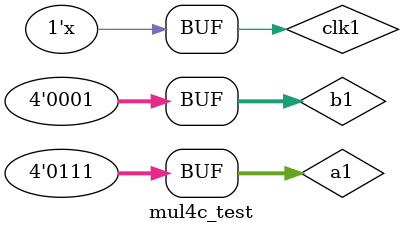
<source format=v>
`timescale 1ns / 1ps

module mul4c_test();
reg [3:0]a1;
reg [3:0]b1;
reg clk1 = 0;
wire [7:0]z1;

mul4c mul4c1(clk1, a1, b1, z1);
always #5 clk1 = ~clk1;
initial begin
    a1 = 4'b0010;
    b1 = 4'b0010;
    #100
    a1 = 4'b0011;
    b1 = 4'b0010;
    #100
    a1 = 4'b0011;
    b1 = 4'b0110;
    #100
    a1 = 4'b0101;
    b1 = 4'b0010;
    #100
    a1 = 4'b0111;
    b1 = 4'b0001;

end

endmodule

</source>
